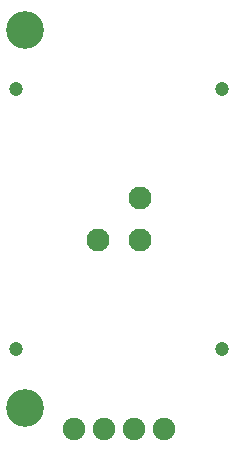
<source format=gbr>
%TF.GenerationSoftware,KiCad,Pcbnew,(6.0.2)*%
%TF.CreationDate,2022-05-16T11:26:33+02:00*%
%TF.ProjectId,Pir_movement_sensor,5069725f-6d6f-4766-956d-656e745f7365,rev?*%
%TF.SameCoordinates,PX55d4a80PY7bfa480*%
%TF.FileFunction,Soldermask,Bot*%
%TF.FilePolarity,Negative*%
%FSLAX46Y46*%
G04 Gerber Fmt 4.6, Leading zero omitted, Abs format (unit mm)*
G04 Created by KiCad (PCBNEW (6.0.2)) date 2022-05-16 11:26:33*
%MOMM*%
%LPD*%
G01*
G04 APERTURE LIST*
%ADD10C,1.200000*%
%ADD11C,3.200000*%
%ADD12C,1.900000*%
%ADD13C,1.950000*%
G04 APERTURE END LIST*
D10*
%TO.C,HOLE_L2*%
X2250000Y30000000D03*
%TD*%
%TO.C,HOLE_L1*%
X2250000Y8000000D03*
%TD*%
%TO.C,HOLE_L3*%
X19750000Y30000000D03*
%TD*%
D11*
%TO.C,H2*%
X3000000Y35000000D03*
%TD*%
D12*
%TO.C,K1*%
X14810000Y1200000D03*
X12270000Y1200000D03*
X9730000Y1200000D03*
X7190000Y1200000D03*
%TD*%
D11*
%TO.C,H1*%
X3000000Y3000000D03*
%TD*%
D10*
%TO.C,HOLE_L4*%
X19750000Y8000000D03*
%TD*%
D13*
%TO.C,U1*%
X12796051Y20796051D03*
X12796051Y17203949D03*
X9203949Y17203949D03*
%TD*%
M02*

</source>
